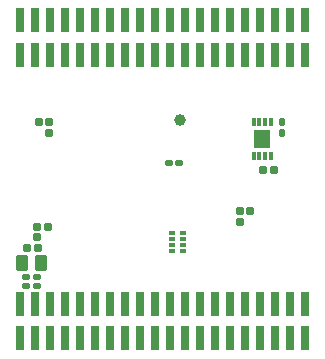
<source format=gbp>
G04*
G04 #@! TF.GenerationSoftware,Altium Limited,Altium Designer,19.0.15 (446)*
G04*
G04 Layer_Color=128*
%FSLAX25Y25*%
%MOIN*%
G70*
G01*
G75*
G04:AMPARAMS|DCode=20|XSize=23.62mil|YSize=23.62mil|CornerRadius=2.36mil|HoleSize=0mil|Usage=FLASHONLY|Rotation=180.000|XOffset=0mil|YOffset=0mil|HoleType=Round|Shape=RoundedRectangle|*
%AMROUNDEDRECTD20*
21,1,0.02362,0.01890,0,0,180.0*
21,1,0.01890,0.02362,0,0,180.0*
1,1,0.00472,-0.00945,0.00945*
1,1,0.00472,0.00945,0.00945*
1,1,0.00472,0.00945,-0.00945*
1,1,0.00472,-0.00945,-0.00945*
%
%ADD20ROUNDEDRECTD20*%
G04:AMPARAMS|DCode=41|XSize=19.68mil|YSize=23.62mil|CornerRadius=1.97mil|HoleSize=0mil|Usage=FLASHONLY|Rotation=0.000|XOffset=0mil|YOffset=0mil|HoleType=Round|Shape=RoundedRectangle|*
%AMROUNDEDRECTD41*
21,1,0.01968,0.01968,0,0,0.0*
21,1,0.01575,0.02362,0,0,0.0*
1,1,0.00394,0.00787,-0.00984*
1,1,0.00394,-0.00787,-0.00984*
1,1,0.00394,-0.00787,0.00984*
1,1,0.00394,0.00787,0.00984*
%
%ADD41ROUNDEDRECTD41*%
G04:AMPARAMS|DCode=42|XSize=19.68mil|YSize=23.62mil|CornerRadius=1.97mil|HoleSize=0mil|Usage=FLASHONLY|Rotation=270.000|XOffset=0mil|YOffset=0mil|HoleType=Round|Shape=RoundedRectangle|*
%AMROUNDEDRECTD42*
21,1,0.01968,0.01968,0,0,270.0*
21,1,0.01575,0.02362,0,0,270.0*
1,1,0.00394,-0.00984,-0.00787*
1,1,0.00394,-0.00984,0.00787*
1,1,0.00394,0.00984,0.00787*
1,1,0.00394,0.00984,-0.00787*
%
%ADD42ROUNDEDRECTD42*%
G04:AMPARAMS|DCode=43|XSize=23.62mil|YSize=23.62mil|CornerRadius=2.36mil|HoleSize=0mil|Usage=FLASHONLY|Rotation=270.000|XOffset=0mil|YOffset=0mil|HoleType=Round|Shape=RoundedRectangle|*
%AMROUNDEDRECTD43*
21,1,0.02362,0.01890,0,0,270.0*
21,1,0.01890,0.02362,0,0,270.0*
1,1,0.00472,-0.00945,-0.00945*
1,1,0.00472,-0.00945,0.00945*
1,1,0.00472,0.00945,0.00945*
1,1,0.00472,0.00945,-0.00945*
%
%ADD43ROUNDEDRECTD43*%
%ADD104C,0.03937*%
G04:AMPARAMS|DCode=105|XSize=53.15mil|YSize=37.4mil|CornerRadius=4.68mil|HoleSize=0mil|Usage=FLASHONLY|Rotation=270.000|XOffset=0mil|YOffset=0mil|HoleType=Round|Shape=RoundedRectangle|*
%AMROUNDEDRECTD105*
21,1,0.05315,0.02805,0,0,270.0*
21,1,0.04380,0.03740,0,0,270.0*
1,1,0.00935,-0.01403,-0.02190*
1,1,0.00935,-0.01403,0.02190*
1,1,0.00935,0.01403,0.02190*
1,1,0.00935,0.01403,-0.02190*
%
%ADD105ROUNDEDRECTD105*%
G04:AMPARAMS|DCode=106|XSize=78.74mil|YSize=29.13mil|CornerRadius=2.91mil|HoleSize=0mil|Usage=FLASHONLY|Rotation=270.000|XOffset=0mil|YOffset=0mil|HoleType=Round|Shape=RoundedRectangle|*
%AMROUNDEDRECTD106*
21,1,0.07874,0.02331,0,0,270.0*
21,1,0.07291,0.02913,0,0,270.0*
1,1,0.00583,-0.01165,-0.03646*
1,1,0.00583,-0.01165,0.03646*
1,1,0.00583,0.01165,0.03646*
1,1,0.00583,0.01165,-0.03646*
%
%ADD106ROUNDEDRECTD106*%
%ADD107R,0.05512X0.05906*%
G04:AMPARAMS|DCode=108|XSize=11.81mil|YSize=29.53mil|CornerRadius=1.18mil|HoleSize=0mil|Usage=FLASHONLY|Rotation=180.000|XOffset=0mil|YOffset=0mil|HoleType=Round|Shape=RoundedRectangle|*
%AMROUNDEDRECTD108*
21,1,0.01181,0.02717,0,0,180.0*
21,1,0.00945,0.02953,0,0,180.0*
1,1,0.00236,-0.00472,0.01358*
1,1,0.00236,0.00472,0.01358*
1,1,0.00236,0.00472,-0.01358*
1,1,0.00236,-0.00472,-0.01358*
%
%ADD108ROUNDEDRECTD108*%
G04:AMPARAMS|DCode=109|XSize=15.75mil|YSize=19.68mil|CornerRadius=1.58mil|HoleSize=0mil|Usage=FLASHONLY|Rotation=270.000|XOffset=0mil|YOffset=0mil|HoleType=Round|Shape=RoundedRectangle|*
%AMROUNDEDRECTD109*
21,1,0.01575,0.01654,0,0,270.0*
21,1,0.01260,0.01968,0,0,270.0*
1,1,0.00315,-0.00827,-0.00630*
1,1,0.00315,-0.00827,0.00630*
1,1,0.00315,0.00827,0.00630*
1,1,0.00315,0.00827,-0.00630*
%
%ADD109ROUNDEDRECTD109*%
G04:AMPARAMS|DCode=110|XSize=11.81mil|YSize=19.68mil|CornerRadius=1.18mil|HoleSize=0mil|Usage=FLASHONLY|Rotation=270.000|XOffset=0mil|YOffset=0mil|HoleType=Round|Shape=RoundedRectangle|*
%AMROUNDEDRECTD110*
21,1,0.01181,0.01732,0,0,270.0*
21,1,0.00945,0.01968,0,0,270.0*
1,1,0.00236,-0.00866,-0.00472*
1,1,0.00236,-0.00866,0.00472*
1,1,0.00236,0.00866,0.00472*
1,1,0.00236,0.00866,-0.00472*
%
%ADD110ROUNDEDRECTD110*%
D20*
X17323Y51083D02*
D03*
Y47539D02*
D03*
X84744Y56299D02*
D03*
Y52756D02*
D03*
X21358Y85925D02*
D03*
Y82382D02*
D03*
D41*
X98819Y82480D02*
D03*
Y86024D02*
D03*
D42*
X64665Y72342D02*
D03*
X61122D02*
D03*
X13681Y34350D02*
D03*
X17224D02*
D03*
Y31398D02*
D03*
X13681D02*
D03*
D43*
X84744Y56299D02*
D03*
X88287D02*
D03*
X17815Y85925D02*
D03*
X21358D02*
D03*
X20866Y51083D02*
D03*
X17323D02*
D03*
X13878Y43996D02*
D03*
X17421D02*
D03*
X96172Y70079D02*
D03*
X92628D02*
D03*
D104*
X64921Y86732D02*
D03*
D105*
X12205Y38976D02*
D03*
X18504D02*
D03*
D106*
X11555Y13976D02*
D03*
Y25394D02*
D03*
X16555Y13976D02*
D03*
Y25394D02*
D03*
X21555Y13976D02*
D03*
Y25394D02*
D03*
X26555Y13976D02*
D03*
Y25394D02*
D03*
X31555Y13976D02*
D03*
Y25394D02*
D03*
X36555Y13976D02*
D03*
Y25394D02*
D03*
X41555Y13976D02*
D03*
Y25394D02*
D03*
X46555Y13976D02*
D03*
Y25394D02*
D03*
X51555Y13976D02*
D03*
Y25394D02*
D03*
X56555Y13976D02*
D03*
Y25394D02*
D03*
X61555Y13976D02*
D03*
Y25394D02*
D03*
X66555Y13976D02*
D03*
Y25394D02*
D03*
X71555Y13976D02*
D03*
Y25394D02*
D03*
X76555Y13976D02*
D03*
Y25394D02*
D03*
X81555Y13976D02*
D03*
Y25394D02*
D03*
X86555Y13976D02*
D03*
Y25394D02*
D03*
X91555Y13976D02*
D03*
Y25394D02*
D03*
X96555Y13976D02*
D03*
Y25394D02*
D03*
X101555Y13976D02*
D03*
Y25394D02*
D03*
X106555Y13976D02*
D03*
Y25394D02*
D03*
X11555Y108465D02*
D03*
Y119882D02*
D03*
X16555Y108465D02*
D03*
Y119882D02*
D03*
X21555Y108465D02*
D03*
Y119882D02*
D03*
X26555Y108465D02*
D03*
Y119882D02*
D03*
X31555Y108465D02*
D03*
Y119882D02*
D03*
X36555Y108465D02*
D03*
Y119882D02*
D03*
X41555Y108465D02*
D03*
Y119882D02*
D03*
X46555Y108465D02*
D03*
Y119882D02*
D03*
X51555Y108465D02*
D03*
Y119882D02*
D03*
X56555Y108465D02*
D03*
Y119882D02*
D03*
X61555Y108465D02*
D03*
Y119882D02*
D03*
X66555Y108465D02*
D03*
Y119882D02*
D03*
X71555Y108465D02*
D03*
Y119882D02*
D03*
X76555Y108465D02*
D03*
Y119882D02*
D03*
X81555Y108465D02*
D03*
Y119882D02*
D03*
X86555Y108465D02*
D03*
Y119882D02*
D03*
X91555Y108465D02*
D03*
Y119882D02*
D03*
X96555Y108465D02*
D03*
Y119882D02*
D03*
X101555Y108465D02*
D03*
Y119882D02*
D03*
X106555Y108465D02*
D03*
Y119882D02*
D03*
D107*
X92323Y80315D02*
D03*
D108*
X89370Y74606D02*
D03*
X91338D02*
D03*
X93307D02*
D03*
X95275D02*
D03*
Y86024D02*
D03*
X93307D02*
D03*
X91338D02*
D03*
X89370D02*
D03*
D109*
X65748Y43110D02*
D03*
Y49016D02*
D03*
X62205Y43110D02*
D03*
Y49016D02*
D03*
D110*
X65748Y45079D02*
D03*
Y47047D02*
D03*
X62205Y45079D02*
D03*
Y47047D02*
D03*
M02*

</source>
